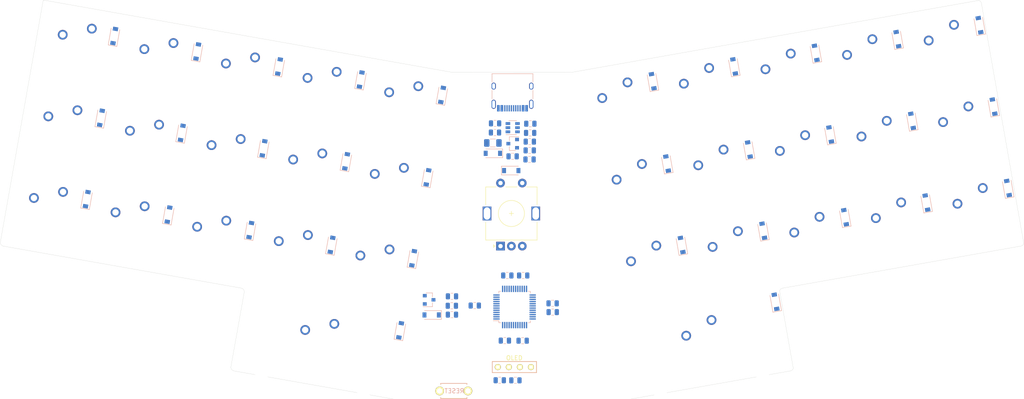
<source format=kicad_pcb>
(kicad_pcb (version 20171130) (host pcbnew 5.1.6)
  (layers (0 F.Cu signal) (31 B.Cu signal) (34 B.Paste user) (35 F.Paste user) (36 B.SilkS user) (37 F.SilkS user) (38 B.Mask user) (39 F.Mask user) (44 Edge.Cuts user))
  (net 0 "")
  (net 1 GND)
  (net 2 "Net-(D1-Pad2)")
  (net 3 "Net-(D2-Pad2)")
  (net 4 "Net-(D3-Pad2)")
  (net 5 "Net-(D4-Pad2)")
  (net 6 "Net-(D5-Pad2)")
  (net 7 "Net-(D6-Pad2)")
  (net 8 "Net-(D7-Pad2)")
  (net 9 "Net-(D8-Pad2)")
  (net 10 "Net-(D9-Pad2)")
  (net 11 "Net-(D10-Pad2)")
  (net 12 "Net-(D11-Pad2)")
  (net 13 "Net-(D12-Pad2)")
  (net 14 "Net-(D13-Pad2)")
  (net 15 "Net-(D14-Pad2)")
  (net 16 "Net-(D15-Pad2)")
  (net 17 "Net-(D16-Pad2)")
  (net 18 "Net-(D17-Pad2)")
  (net 19 "Net-(D18-Pad2)")
  (net 20 "Net-(D19-Pad2)")
  (net 21 "Net-(D20-Pad2)")
  (net 22 "Net-(D21-Pad2)")
  (net 23 "Net-(D22-Pad2)")
  (net 24 "Net-(D23-Pad2)")
  (net 25 "Net-(D24-Pad2)")
  (net 26 "Net-(D25-Pad2)")
  (net 27 "Net-(D26-Pad2)")
  (net 28 "Net-(D27-Pad2)")
  (net 29 "Net-(D28-Pad2)")
  (net 30 "Net-(D29-Pad2)")
  (net 31 "Net-(D30-Pad2)")
  (net 32 "Net-(D31-Pad2)")
  (net 33 "Net-(D32-Pad2)")
  (net 34 +3V3)
  (net 35 +5V)
  (net 36 BOOT0)
  (net 37 NRST)
  (net 38 row0)
  (net 39 row1)
  (net 40 row2)
  (net 41 row3)
  (net 42 "Net-(D33-Pad2)")
  (net 43 "Net-(D35-Pad2)")
  (net 44 VBUS)
  (net 45 "Net-(J1-PadB8)")
  (net 46 "Net-(J1-PadA5)")
  (net 47 DBUS-)
  (net 48 DBUS+)
  (net 49 "Net-(J1-PadA8)")
  (net 50 "Net-(J1-PadB5)")
  (net 51 VDD)
  (net 52 i2c_scl)
  (net 53 i2c_sda)
  (net 54 D+)
  (net 55 D-)
  (net 56 col0)
  (net 57 col1)
  (net 58 col2)
  (net 59 col3)
  (net 60 col4)
  (net 61 col5)
  (net 62 col6)
  (net 63 col7)
  (net 64 col8)
  (net 65 col9)
  (net 66 enc_b)
  (net 67 enc_a)
  (net 68 "Net-(U1-Pad43)")
  (net 69 "Net-(U1-Pad42)")
  (net 70 "Net-(U1-Pad41)")
  (net 71 "Net-(U1-Pad40)")
  (net 72 "Net-(U1-Pad38)")
  (net 73 "Net-(U1-Pad37)")
  (net 74 "Net-(U1-Pad34)")
  (net 75 "Net-(U1-Pad28)")
  (net 76 "Net-(U1-Pad27)")
  (net 77 "Net-(U1-Pad26)")
  (net 78 "Net-(U1-Pad25)")
  (net 79 "Net-(U1-Pad6)")
  (net 80 "Net-(U1-Pad5)")
  (net 81 "Net-(U1-Pad4)")
  (net 82 "Net-(U1-Pad3)")
  (net 83 "Net-(U1-Pad2)")
  (net 84 "Net-(J1-PadS1)")
  (net 85 "Net-(U1-Pad31)")
  (module Package_TO_SOT_SMD:SOT-23 (layer B.Cu) (at 119.85 140.49)
    (fp_text reference Q1 hide)
    (fp_text value DTC123J)
    (pad 3 smd rect (at 1 0) (size 0.9 0.8) (layers B.Cu B.Paste B.Mask) (net 37 NRST))
    (pad 2 smd rect (at -1 -0.95) (size 0.9 0.8) (layers B.Cu B.Paste B.Mask) (net 1 GND))
    (pad 1 smd rect (at -1 0.95) (size 0.9 0.8) (layers B.Cu B.Paste B.Mask) (net 43 "Net-(D35-Pad2)"))
  )
  (module MX_Only:MXOnly-1U-NoLED (layer F.Cu) (at 245.493834 120.244227 10)
    (fp_text reference SW33)
    (fp_text value SW_PUSH)
    (pad 2 thru_hole circle (at 2.54 -5.08 10) (size 2.25 2.25) (drill 1.47) (layers *.Cu B.Mask) (net 33 "Net-(D32-Pad2)"))
    (pad "" np_thru_hole circle (at 0 0 10) (size 3.9878 3.9878) (drill 3.9878) (layers *.Cu *.Mask))
    (pad 1 thru_hole circle (at -3.81 -2.54 10) (size 2.25 2.25) (drill 1.47) (layers *.Cu B.Mask) (net 65 col9))
    (pad "" np_thru_hole circle (at -5.08 0 58.0996) (size 1.75 1.75) (drill 1.75) (layers *.Cu *.Mask))
    (pad "" np_thru_hole circle (at 5.08 0 58.0996) (size 1.75 1.75) (drill 1.75) (layers *.Cu *.Mask))
  )
  (module MX_Only:MXOnly-1U-NoLED (layer F.Cu) (at 242.185837 101.48364 10)
    (fp_text reference SW32)
    (fp_text value SW_PUSH)
    (pad 2 thru_hole circle (at 2.54 -5.08 10) (size 2.25 2.25) (drill 1.47) (layers *.Cu B.Mask) (net 32 "Net-(D31-Pad2)"))
    (pad "" np_thru_hole circle (at 0 0 10) (size 3.9878 3.9878) (drill 3.9878) (layers *.Cu *.Mask))
    (pad 1 thru_hole circle (at -3.81 -2.54 10) (size 2.25 2.25) (drill 1.47) (layers *.Cu B.Mask) (net 65 col9))
    (pad "" np_thru_hole circle (at -5.08 0 58.0996) (size 1.75 1.75) (drill 1.75) (layers *.Cu *.Mask))
    (pad "" np_thru_hole circle (at 5.08 0 58.0996) (size 1.75 1.75) (drill 1.75) (layers *.Cu *.Mask))
  )
  (module MX_Only:MXOnly-1U-NoLED (layer F.Cu) (at 238.877839 82.723052 10)
    (fp_text reference SW31)
    (fp_text value SW_PUSH)
    (pad 2 thru_hole circle (at 2.54 -5.08 10) (size 2.25 2.25) (drill 1.47) (layers *.Cu B.Mask) (net 31 "Net-(D30-Pad2)"))
    (pad "" np_thru_hole circle (at 0 0 10) (size 3.9878 3.9878) (drill 3.9878) (layers *.Cu *.Mask))
    (pad 1 thru_hole circle (at -3.81 -2.54 10) (size 2.25 2.25) (drill 1.47) (layers *.Cu B.Mask) (net 65 col9))
    (pad "" np_thru_hole circle (at -5.08 0 58.0996) (size 1.75 1.75) (drill 1.75) (layers *.Cu *.Mask))
    (pad "" np_thru_hole circle (at 5.08 0 58.0996) (size 1.75 1.75) (drill 1.75) (layers *.Cu *.Mask))
  )
  (module MX_Only:MXOnly-1U-NoLED (layer F.Cu) (at 226.733247 123.552225 10)
    (fp_text reference SW30)
    (fp_text value SW_PUSH)
    (pad 2 thru_hole circle (at 2.54 -5.08 10) (size 2.25 2.25) (drill 1.47) (layers *.Cu B.Mask) (net 30 "Net-(D29-Pad2)"))
    (pad "" np_thru_hole circle (at 0 0 10) (size 3.9878 3.9878) (drill 3.9878) (layers *.Cu *.Mask))
    (pad 1 thru_hole circle (at -3.81 -2.54 10) (size 2.25 2.25) (drill 1.47) (layers *.Cu B.Mask) (net 64 col8))
    (pad "" np_thru_hole circle (at -5.08 0 58.0996) (size 1.75 1.75) (drill 1.75) (layers *.Cu *.Mask))
    (pad "" np_thru_hole circle (at 5.08 0 58.0996) (size 1.75 1.75) (drill 1.75) (layers *.Cu *.Mask))
  )
  (module MX_Only:MXOnly-1U-NoLED (layer F.Cu) (at 223.425249 104.791637 10)
    (fp_text reference SW29)
    (fp_text value SW_PUSH)
    (pad 2 thru_hole circle (at 2.54 -5.08 10) (size 2.25 2.25) (drill 1.47) (layers *.Cu B.Mask) (net 29 "Net-(D28-Pad2)"))
    (pad "" np_thru_hole circle (at 0 0 10) (size 3.9878 3.9878) (drill 3.9878) (layers *.Cu *.Mask))
    (pad 1 thru_hole circle (at -3.81 -2.54 10) (size 2.25 2.25) (drill 1.47) (layers *.Cu B.Mask) (net 64 col8))
    (pad "" np_thru_hole circle (at -5.08 0 58.0996) (size 1.75 1.75) (drill 1.75) (layers *.Cu *.Mask))
    (pad "" np_thru_hole circle (at 5.08 0 58.0996) (size 1.75 1.75) (drill 1.75) (layers *.Cu *.Mask))
  )
  (module MX_Only:MXOnly-1U-NoLED (layer F.Cu) (at 220.117251 86.03105 10)
    (fp_text reference SW28)
    (fp_text value SW_PUSH)
    (pad 2 thru_hole circle (at 2.54 -5.08 10) (size 2.25 2.25) (drill 1.47) (layers *.Cu B.Mask) (net 28 "Net-(D27-Pad2)"))
    (pad "" np_thru_hole circle (at 0 0 10) (size 3.9878 3.9878) (drill 3.9878) (layers *.Cu *.Mask))
    (pad 1 thru_hole circle (at -3.81 -2.54 10) (size 2.25 2.25) (drill 1.47) (layers *.Cu B.Mask) (net 64 col8))
    (pad "" np_thru_hole circle (at -5.08 0 58.0996) (size 1.75 1.75) (drill 1.75) (layers *.Cu *.Mask))
    (pad "" np_thru_hole circle (at 5.08 0 58.0996) (size 1.75 1.75) (drill 1.75) (layers *.Cu *.Mask))
  )
  (module MX_Only:MXOnly-1U-NoLED (layer F.Cu) (at 207.972659 126.860223 10)
    (fp_text reference SW27)
    (fp_text value SW_PUSH)
    (pad 2 thru_hole circle (at 2.54 -5.08 10) (size 2.25 2.25) (drill 1.47) (layers *.Cu B.Mask) (net 27 "Net-(D26-Pad2)"))
    (pad "" np_thru_hole circle (at 0 0 10) (size 3.9878 3.9878) (drill 3.9878) (layers *.Cu *.Mask))
    (pad 1 thru_hole circle (at -3.81 -2.54 10) (size 2.25 2.25) (drill 1.47) (layers *.Cu B.Mask) (net 63 col7))
    (pad "" np_thru_hole circle (at -5.08 0 58.0996) (size 1.75 1.75) (drill 1.75) (layers *.Cu *.Mask))
    (pad "" np_thru_hole circle (at 5.08 0 58.0996) (size 1.75 1.75) (drill 1.75) (layers *.Cu *.Mask))
  )
  (module MX_Only:MXOnly-1U-NoLED (layer F.Cu) (at 204.664661 108.099635 10)
    (fp_text reference SW26)
    (fp_text value SW_PUSH)
    (pad 2 thru_hole circle (at 2.54 -5.08 10) (size 2.25 2.25) (drill 1.47) (layers *.Cu B.Mask) (net 26 "Net-(D25-Pad2)"))
    (pad "" np_thru_hole circle (at 0 0 10) (size 3.9878 3.9878) (drill 3.9878) (layers *.Cu *.Mask))
    (pad 1 thru_hole circle (at -3.81 -2.54 10) (size 2.25 2.25) (drill 1.47) (layers *.Cu B.Mask) (net 63 col7))
    (pad "" np_thru_hole circle (at -5.08 0 58.0996) (size 1.75 1.75) (drill 1.75) (layers *.Cu *.Mask))
    (pad "" np_thru_hole circle (at 5.08 0 58.0996) (size 1.75 1.75) (drill 1.75) (layers *.Cu *.Mask))
  )
  (module MX_Only:MXOnly-1U-NoLED (layer F.Cu) (at 201.356663 89.339048 10)
    (fp_text reference SW25)
    (fp_text value SW_PUSH)
    (pad 2 thru_hole circle (at 2.54 -5.08 10) (size 2.25 2.25) (drill 1.47) (layers *.Cu B.Mask) (net 25 "Net-(D24-Pad2)"))
    (pad "" np_thru_hole circle (at 0 0 10) (size 3.9878 3.9878) (drill 3.9878) (layers *.Cu *.Mask))
    (pad 1 thru_hole circle (at -3.81 -2.54 10) (size 2.25 2.25) (drill 1.47) (layers *.Cu B.Mask) (net 63 col7))
    (pad "" np_thru_hole circle (at -5.08 0 58.0996) (size 1.75 1.75) (drill 1.75) (layers *.Cu *.Mask))
    (pad "" np_thru_hole circle (at 5.08 0 58.0996) (size 1.75 1.75) (drill 1.75) (layers *.Cu *.Mask))
  )
  (module MX_Only:MXOnly-1U-NoLED (layer F.Cu) (at 189.212071 130.168221 10)
    (fp_text reference SW24)
    (fp_text value SW_PUSH)
    (pad 2 thru_hole circle (at 2.54 -5.08 10) (size 2.25 2.25) (drill 1.47) (layers *.Cu B.Mask) (net 24 "Net-(D23-Pad2)"))
    (pad "" np_thru_hole circle (at 0 0 10) (size 3.9878 3.9878) (drill 3.9878) (layers *.Cu *.Mask))
    (pad 1 thru_hole circle (at -3.81 -2.54 10) (size 2.25 2.25) (drill 1.47) (layers *.Cu B.Mask) (net 62 col6))
    (pad "" np_thru_hole circle (at -5.08 0 58.0996) (size 1.75 1.75) (drill 1.75) (layers *.Cu *.Mask))
    (pad "" np_thru_hole circle (at 5.08 0 58.0996) (size 1.75 1.75) (drill 1.75) (layers *.Cu *.Mask))
  )
  (module MX_Only:MXOnly-1U-NoLED (layer F.Cu) (at 185.904073 111.407633 10)
    (fp_text reference SW23)
    (fp_text value SW_PUSH)
    (pad 2 thru_hole circle (at 2.54 -5.08 10) (size 2.25 2.25) (drill 1.47) (layers *.Cu B.Mask) (net 23 "Net-(D22-Pad2)"))
    (pad "" np_thru_hole circle (at 0 0 10) (size 3.9878 3.9878) (drill 3.9878) (layers *.Cu *.Mask))
    (pad 1 thru_hole circle (at -3.81 -2.54 10) (size 2.25 2.25) (drill 1.47) (layers *.Cu B.Mask) (net 62 col6))
    (pad "" np_thru_hole circle (at -5.08 0 58.0996) (size 1.75 1.75) (drill 1.75) (layers *.Cu *.Mask))
    (pad "" np_thru_hole circle (at 5.08 0 58.0996) (size 1.75 1.75) (drill 1.75) (layers *.Cu *.Mask))
  )
  (module MX_Only:MXOnly-1U-NoLED (layer F.Cu) (at 182.596076 92.647045 10)
    (fp_text reference SW22)
    (fp_text value SW_PUSH)
    (pad 2 thru_hole circle (at 2.54 -5.08 10) (size 2.25 2.25) (drill 1.47) (layers *.Cu B.Mask) (net 22 "Net-(D21-Pad2)"))
    (pad "" np_thru_hole circle (at 0 0 10) (size 3.9878 3.9878) (drill 3.9878) (layers *.Cu *.Mask))
    (pad 1 thru_hole circle (at -3.81 -2.54 10) (size 2.25 2.25) (drill 1.47) (layers *.Cu B.Mask) (net 62 col6))
    (pad "" np_thru_hole circle (at -5.08 0 58.0996) (size 1.75 1.75) (drill 1.75) (layers *.Cu *.Mask))
    (pad "" np_thru_hole circle (at 5.08 0 58.0996) (size 1.75 1.75) (drill 1.75) (layers *.Cu *.Mask))
  )
  (module MX_Only:MXOnly-2U-NoLED (layer F.Cu) (at 183.139775 150.582807 10)
    (fp_text reference SW21)
    (fp_text value SW_PUSH)
    (pad 2 thru_hole circle (at 2.54 -5.08 10) (size 2.25 2.25) (drill 1.47) (layers *.Cu B.Mask) (net 21 "Net-(D20-Pad2)"))
    (pad "" np_thru_hole circle (at 0 0 10) (size 3.9878 3.9878) (drill 3.9878) (layers *.Cu *.Mask))
    (pad 1 thru_hole circle (at -3.81 -2.54 10) (size 2.25 2.25) (drill 1.47) (layers *.Cu B.Mask) (net 61 col5))
    (pad "" np_thru_hole circle (at -5.08 0 58.0996) (size 1.75 1.75) (drill 1.75) (layers *.Cu *.Mask))
    (pad "" np_thru_hole circle (at 5.08 0 58.0996) (size 1.75 1.75) (drill 1.75) (layers *.Cu *.Mask))
    (pad "" np_thru_hole circle (at -11.90625 -6.985 10) (size 3.048 3.048) (drill 3.048) (layers *.Cu *.Mask))
    (pad "" np_thru_hole circle (at 11.90625 -6.985 10) (size 3.048 3.048) (drill 3.048) (layers *.Cu *.Mask))
    (pad "" np_thru_hole circle (at -11.90625 8.255 10) (size 3.9878 3.9878) (drill 3.9878) (layers *.Cu *.Mask))
    (pad "" np_thru_hole circle (at 11.90625 8.255 10) (size 3.9878 3.9878) (drill 3.9878) (layers *.Cu *.Mask))
  )
  (module MX_Only:MXOnly-1U-NoLED (layer F.Cu) (at 170.451484 133.476219 10)
    (fp_text reference SW20)
    (fp_text value SW_PUSH)
    (pad 2 thru_hole circle (at 2.54 -5.08 10) (size 2.25 2.25) (drill 1.47) (layers *.Cu B.Mask) (net 20 "Net-(D19-Pad2)"))
    (pad "" np_thru_hole circle (at 0 0 10) (size 3.9878 3.9878) (drill 3.9878) (layers *.Cu *.Mask))
    (pad 1 thru_hole circle (at -3.81 -2.54 10) (size 2.25 2.25) (drill 1.47) (layers *.Cu B.Mask) (net 61 col5))
    (pad "" np_thru_hole circle (at -5.08 0 58.0996) (size 1.75 1.75) (drill 1.75) (layers *.Cu *.Mask))
    (pad "" np_thru_hole circle (at 5.08 0 58.0996) (size 1.75 1.75) (drill 1.75) (layers *.Cu *.Mask))
  )
  (module MX_Only:MXOnly-1U-NoLED (layer F.Cu) (at 167.143486 114.715631 10)
    (fp_text reference SW19)
    (fp_text value SW_PUSH)
    (pad 2 thru_hole circle (at 2.54 -5.08 10) (size 2.25 2.25) (drill 1.47) (layers *.Cu B.Mask) (net 19 "Net-(D18-Pad2)"))
    (pad "" np_thru_hole circle (at 0 0 10) (size 3.9878 3.9878) (drill 3.9878) (layers *.Cu *.Mask))
    (pad 1 thru_hole circle (at -3.81 -2.54 10) (size 2.25 2.25) (drill 1.47) (layers *.Cu B.Mask) (net 61 col5))
    (pad "" np_thru_hole circle (at -5.08 0 58.0996) (size 1.75 1.75) (drill 1.75) (layers *.Cu *.Mask))
    (pad "" np_thru_hole circle (at 5.08 0 58.0996) (size 1.75 1.75) (drill 1.75) (layers *.Cu *.Mask))
  )
  (module MX_Only:MXOnly-1U-NoLED (layer F.Cu) (at 163.835488 95.955043 10)
    (fp_text reference SW18)
    (fp_text value SW_PUSH)
    (pad 2 thru_hole circle (at 2.54 -5.08 10) (size 2.25 2.25) (drill 1.47) (layers *.Cu B.Mask) (net 18 "Net-(D17-Pad2)"))
    (pad "" np_thru_hole circle (at 0 0 10) (size 3.9878 3.9878) (drill 3.9878) (layers *.Cu *.Mask))
    (pad 1 thru_hole circle (at -3.81 -2.54 10) (size 2.25 2.25) (drill 1.47) (layers *.Cu B.Mask) (net 61 col5))
    (pad "" np_thru_hole circle (at -5.08 0 58.0996) (size 1.75 1.75) (drill 1.75) (layers *.Cu *.Mask))
    (pad "" np_thru_hole circle (at 5.08 0 58.0996) (size 1.75 1.75) (drill 1.75) (layers *.Cu *.Mask))
  )
  (module MX_Only:MXOnly-2U-NoLED (layer F.Cu) (at 94.672725 150.582807 350)
    (fp_text reference SW17)
    (fp_text value SW_PUSH)
    (pad 2 thru_hole circle (at 2.54 -5.08 350) (size 2.25 2.25) (drill 1.47) (layers *.Cu B.Mask) (net 17 "Net-(D16-Pad2)"))
    (pad "" np_thru_hole circle (at 0 0 350) (size 3.9878 3.9878) (drill 3.9878) (layers *.Cu *.Mask))
    (pad 1 thru_hole circle (at -3.81 -2.54 350) (size 2.25 2.25) (drill 1.47) (layers *.Cu B.Mask) (net 60 col4))
    (pad "" np_thru_hole circle (at -5.08 0 38.0996) (size 1.75 1.75) (drill 1.75) (layers *.Cu *.Mask))
    (pad "" np_thru_hole circle (at 5.08 0 38.0996) (size 1.75 1.75) (drill 1.75) (layers *.Cu *.Mask))
    (pad "" np_thru_hole circle (at -11.90625 -6.985 350) (size 3.048 3.048) (drill 3.048) (layers *.Cu *.Mask))
    (pad "" np_thru_hole circle (at 11.90625 -6.985 350) (size 3.048 3.048) (drill 3.048) (layers *.Cu *.Mask))
    (pad "" np_thru_hole circle (at -11.90625 8.255 350) (size 3.9878 3.9878) (drill 3.9878) (layers *.Cu *.Mask))
    (pad "" np_thru_hole circle (at 11.90625 8.255 350) (size 3.9878 3.9878) (drill 3.9878) (layers *.Cu *.Mask))
  )
  (module MX_Only:MXOnly-1U-NoLED (layer F.Cu) (at 107.361016 133.476219 350)
    (fp_text reference SW16)
    (fp_text value SW_PUSH)
    (pad 2 thru_hole circle (at 2.54 -5.08 350) (size 2.25 2.25) (drill 1.47) (layers *.Cu B.Mask) (net 16 "Net-(D15-Pad2)"))
    (pad "" np_thru_hole circle (at 0 0 350) (size 3.9878 3.9878) (drill 3.9878) (layers *.Cu *.Mask))
    (pad 1 thru_hole circle (at -3.81 -2.54 350) (size 2.25 2.25) (drill 1.47) (layers *.Cu B.Mask) (net 60 col4))
    (pad "" np_thru_hole circle (at -5.08 0 38.0996) (size 1.75 1.75) (drill 1.75) (layers *.Cu *.Mask))
    (pad "" np_thru_hole circle (at 5.08 0 38.0996) (size 1.75 1.75) (drill 1.75) (layers *.Cu *.Mask))
  )
  (module MX_Only:MXOnly-1U-NoLED (layer F.Cu) (at 110.669014 114.715631 350)
    (fp_text reference SW15)
    (fp_text value SW_PUSH)
    (pad 2 thru_hole circle (at 2.54 -5.08 350) (size 2.25 2.25) (drill 1.47) (layers *.Cu B.Mask) (net 15 "Net-(D14-Pad2)"))
    (pad "" np_thru_hole circle (at 0 0 350) (size 3.9878 3.9878) (drill 3.9878) (layers *.Cu *.Mask))
    (pad 1 thru_hole circle (at -3.81 -2.54 350) (size 2.25 2.25) (drill 1.47) (layers *.Cu B.Mask) (net 60 col4))
    (pad "" np_thru_hole circle (at -5.08 0 38.0996) (size 1.75 1.75) (drill 1.75) (layers *.Cu *.Mask))
    (pad "" np_thru_hole circle (at 5.08 0 38.0996) (size 1.75 1.75) (drill 1.75) (layers *.Cu *.Mask))
  )
  (module MX_Only:MXOnly-1U-NoLED (layer F.Cu) (at 113.977012 95.955043 350)
    (fp_text reference SW14)
    (fp_text value SW_PUSH)
    (pad 2 thru_hole circle (at 2.54 -5.08 350) (size 2.25 2.25) (drill 1.47) (layers *.Cu B.Mask) (net 14 "Net-(D13-Pad2)"))
    (pad "" np_thru_hole circle (at 0 0 350) (size 3.9878 3.9878) (drill 3.9878) (layers *.Cu *.Mask))
    (pad 1 thru_hole circle (at -3.81 -2.54 350) (size 2.25 2.25) (drill 1.47) (layers *.Cu B.Mask) (net 60 col4))
    (pad "" np_thru_hole circle (at -5.08 0 38.0996) (size 1.75 1.75) (drill 1.75) (layers *.Cu *.Mask))
    (pad "" np_thru_hole circle (at 5.08 0 38.0996) (size 1.75 1.75) (drill 1.75) (layers *.Cu *.Mask))
  )
  (module MX_Only:MXOnly-1U-NoLED (layer F.Cu) (at 88.600429 130.168221 350)
    (fp_text reference SW13)
    (fp_text value SW_PUSH)
    (pad 2 thru_hole circle (at 2.54 -5.08 350) (size 2.25 2.25) (drill 1.47) (layers *.Cu B.Mask) (net 13 "Net-(D12-Pad2)"))
    (pad "" np_thru_hole circle (at 0 0 350) (size 3.9878 3.9878) (drill 3.9878) (layers *.Cu *.Mask))
    (pad 1 thru_hole circle (at -3.81 -2.54 350) (size 2.25 2.25) (drill 1.47) (layers *.Cu B.Mask) (net 59 col3))
    (pad "" np_thru_hole circle (at -5.08 0 38.0996) (size 1.75 1.75) (drill 1.75) (layers *.Cu *.Mask))
    (pad "" np_thru_hole circle (at 5.08 0 38.0996) (size 1.75 1.75) (drill 1.75) (layers *.Cu *.Mask))
  )
  (module MX_Only:MXOnly-1U-NoLED (layer F.Cu) (at 91.908427 111.407633 350)
    (fp_text reference SW12)
    (fp_text value SW_PUSH)
    (pad 2 thru_hole circle (at 2.54 -5.08 350) (size 2.25 2.25) (drill 1.47) (layers *.Cu B.Mask) (net 12 "Net-(D11-Pad2)"))
    (pad "" np_thru_hole circle (at 0 0 350) (size 3.9878 3.9878) (drill 3.9878) (layers *.Cu *.Mask))
    (pad 1 thru_hole circle (at -3.81 -2.54 350) (size 2.25 2.25) (drill 1.47) (layers *.Cu B.Mask) (net 59 col3))
    (pad "" np_thru_hole circle (at -5.08 0 38.0996) (size 1.75 1.75) (drill 1.75) (layers *.Cu *.Mask))
    (pad "" np_thru_hole circle (at 5.08 0 38.0996) (size 1.75 1.75) (drill 1.75) (layers *.Cu *.Mask))
  )
  (module MX_Only:MXOnly-1U-NoLED (layer F.Cu) (at 95.216424 92.647045 350)
    (fp_text reference SW11)
    (fp_text value SW_PUSH)
    (pad 2 thru_hole circle (at 2.54 -5.08 350) (size 2.25 2.25) (drill 1.47) (layers *.Cu B.Mask) (net 11 "Net-(D10-Pad2)"))
    (pad "" np_thru_hole circle (at 0 0 350) (size 3.9878 3.9878) (drill 3.9878) (layers *.Cu *.Mask))
    (pad 1 thru_hole circle (at -3.81 -2.54 350) (size 2.25 2.25) (drill 1.47) (layers *.Cu B.Mask) (net 59 col3))
    (pad "" np_thru_hole circle (at -5.08 0 38.0996) (size 1.75 1.75) (drill 1.75) (layers *.Cu *.Mask))
    (pad "" np_thru_hole circle (at 5.08 0 38.0996) (size 1.75 1.75) (drill 1.75) (layers *.Cu *.Mask))
  )
  (module MX_Only:MXOnly-1U-NoLED (layer F.Cu) (at 69.839841 126.860223 350)
    (fp_text reference SW10)
    (fp_text value SW_PUSH)
    (pad 2 thru_hole circle (at 2.54 -5.08 350) (size 2.25 2.25) (drill 1.47) (layers *.Cu B.Mask) (net 10 "Net-(D9-Pad2)"))
    (pad "" np_thru_hole circle (at 0 0 350) (size 3.9878 3.9878) (drill 3.9878) (layers *.Cu *.Mask))
    (pad 1 thru_hole circle (at -3.81 -2.54 350) (size 2.25 2.25) (drill 1.47) (layers *.Cu B.Mask) (net 58 col2))
    (pad "" np_thru_hole circle (at -5.08 0 38.0996) (size 1.75 1.75) (drill 1.75) (layers *.Cu *.Mask))
    (pad "" np_thru_hole circle (at 5.08 0 38.0996) (size 1.75 1.75) (drill 1.75) (layers *.Cu *.Mask))
  )
  (module MX_Only:MXOnly-1U-NoLED (layer F.Cu) (at 73.147839 108.099635 350)
    (fp_text reference SW9)
    (fp_text value SW_PUSH)
    (pad 2 thru_hole circle (at 2.54 -5.08 350) (size 2.25 2.25) (drill 1.47) (layers *.Cu B.Mask) (net 9 "Net-(D8-Pad2)"))
    (pad "" np_thru_hole circle (at 0 0 350) (size 3.9878 3.9878) (drill 3.9878) (layers *.Cu *.Mask))
    (pad 1 thru_hole circle (at -3.81 -2.54 350) (size 2.25 2.25) (drill 1.47) (layers *.Cu B.Mask) (net 58 col2))
    (pad "" np_thru_hole circle (at -5.08 0 38.0996) (size 1.75 1.75) (drill 1.75) (layers *.Cu *.Mask))
    (pad "" np_thru_hole circle (at 5.08 0 38.0996) (size 1.75 1.75) (drill 1.75) (layers *.Cu *.Mask))
  )
  (module MX_Only:MXOnly-1U-NoLED (layer F.Cu) (at 76.455837 89.339048 350)
    (fp_text reference SW8)
    (fp_text value SW_PUSH)
    (pad 2 thru_hole circle (at 2.54 -5.08 350) (size 2.25 2.25) (drill 1.47) (layers *.Cu B.Mask) (net 8 "Net-(D7-Pad2)"))
    (pad "" np_thru_hole circle (at 0 0 350) (size 3.9878 3.9878) (drill 3.9878) (layers *.Cu *.Mask))
    (pad 1 thru_hole circle (at -3.81 -2.54 350) (size 2.25 2.25) (drill 1.47) (layers *.Cu B.Mask) (net 58 col2))
    (pad "" np_thru_hole circle (at -5.08 0 38.0996) (size 1.75 1.75) (drill 1.75) (layers *.Cu *.Mask))
    (pad "" np_thru_hole circle (at 5.08 0 38.0996) (size 1.75 1.75) (drill 1.75) (layers *.Cu *.Mask))
  )
  (module MX_Only:MXOnly-1U-NoLED (layer F.Cu) (at 51.079253 123.552225 350)
    (fp_text reference SW7)
    (fp_text value SW_PUSH)
    (pad 2 thru_hole circle (at 2.54 -5.08 350) (size 2.25 2.25) (drill 1.47) (layers *.Cu B.Mask) (net 7 "Net-(D6-Pad2)"))
    (pad "" np_thru_hole circle (at 0 0 350) (size 3.9878 3.9878) (drill 3.9878) (layers *.Cu *.Mask))
    (pad 1 thru_hole circle (at -3.81 -2.54 350) (size 2.25 2.25) (drill 1.47) (layers *.Cu B.Mask) (net 57 col1))
    (pad "" np_thru_hole circle (at -5.08 0 38.0996) (size 1.75 1.75) (drill 1.75) (layers *.Cu *.Mask))
    (pad "" np_thru_hole circle (at 5.08 0 38.0996) (size 1.75 1.75) (drill 1.75) (layers *.Cu *.Mask))
  )
  (module MX_Only:MXOnly-1U-NoLED (layer F.Cu) (at 54.387251 104.791637 350)
    (fp_text reference SW6)
    (fp_text value SW_PUSH)
    (pad 2 thru_hole circle (at 2.54 -5.08 350) (size 2.25 2.25) (drill 1.47) (layers *.Cu B.Mask) (net 6 "Net-(D5-Pad2)"))
    (pad "" np_thru_hole circle (at 0 0 350) (size 3.9878 3.9878) (drill 3.9878) (layers *.Cu *.Mask))
    (pad 1 thru_hole circle (at -3.81 -2.54 350) (size 2.25 2.25) (drill 1.47) (layers *.Cu B.Mask) (net 57 col1))
    (pad "" np_thru_hole circle (at -5.08 0 38.0996) (size 1.75 1.75) (drill 1.75) (layers *.Cu *.Mask))
    (pad "" np_thru_hole circle (at 5.08 0 38.0996) (size 1.75 1.75) (drill 1.75) (layers *.Cu *.Mask))
  )
  (module MX_Only:MXOnly-1U-NoLED (layer F.Cu) (at 57.695249 86.03105 350)
    (fp_text reference SW5)
    (fp_text value SW_PUSH)
    (pad 2 thru_hole circle (at 2.54 -5.08 350) (size 2.25 2.25) (drill 1.47) (layers *.Cu B.Mask) (net 5 "Net-(D4-Pad2)"))
    (pad "" np_thru_hole circle (at 0 0 350) (size 3.9878 3.9878) (drill 3.9878) (layers *.Cu *.Mask))
    (pad 1 thru_hole circle (at -3.81 -2.54 350) (size 2.25 2.25) (drill 1.47) (layers *.Cu B.Mask) (net 57 col1))
    (pad "" np_thru_hole circle (at -5.08 0 38.0996) (size 1.75 1.75) (drill 1.75) (layers *.Cu *.Mask))
    (pad "" np_thru_hole circle (at 5.08 0 38.0996) (size 1.75 1.75) (drill 1.75) (layers *.Cu *.Mask))
  )
  (module MX_Only:MXOnly-1U-NoLED (layer F.Cu) (at 32.318666 120.244227 350)
    (fp_text reference SW4)
    (fp_text value SW_PUSH)
    (pad 2 thru_hole circle (at 2.54 -5.08 350) (size 2.25 2.25) (drill 1.47) (layers *.Cu B.Mask) (net 4 "Net-(D3-Pad2)"))
    (pad "" np_thru_hole circle (at 0 0 350) (size 3.9878 3.9878) (drill 3.9878) (layers *.Cu *.Mask))
    (pad 1 thru_hole circle (at -3.81 -2.54 350) (size 2.25 2.25) (drill 1.47) (layers *.Cu B.Mask) (net 56 col0))
    (pad "" np_thru_hole circle (at -5.08 0 38.0996) (size 1.75 1.75) (drill 1.75) (layers *.Cu *.Mask))
    (pad "" np_thru_hole circle (at 5.08 0 38.0996) (size 1.75 1.75) (drill 1.75) (layers *.Cu *.Mask))
  )
  (module MX_Only:MXOnly-1U-NoLED (layer F.Cu) (at 35.626663 101.48364 350)
    (fp_text reference SW3)
    (fp_text value SW_PUSH)
    (pad 2 thru_hole circle (at 2.54 -5.08 350) (size 2.25 2.25) (drill 1.47) (layers *.Cu B.Mask) (net 3 "Net-(D2-Pad2)"))
    (pad "" np_thru_hole circle (at 0 0 350) (size 3.9878 3.9878) (drill 3.9878) (layers *.Cu *.Mask))
    (pad 1 thru_hole circle (at -3.81 -2.54 350) (size 2.25 2.25) (drill 1.47) (layers *.Cu B.Mask) (net 56 col0))
    (pad "" np_thru_hole circle (at -5.08 0 38.0996) (size 1.75 1.75) (drill 1.75) (layers *.Cu *.Mask))
    (pad "" np_thru_hole circle (at 5.08 0 38.0996) (size 1.75 1.75) (drill 1.75) (layers *.Cu *.Mask))
  )
  (module MX_Only:MXOnly-1U-NoLED (layer F.Cu) (at 38.934661 82.723052 350)
    (fp_text reference SW2)
    (fp_text value SW_PUSH)
    (pad 2 thru_hole circle (at 2.54 -5.08 350) (size 2.25 2.25) (drill 1.47) (layers *.Cu B.Mask) (net 2 "Net-(D1-Pad2)"))
    (pad "" np_thru_hole circle (at 0 0 350) (size 3.9878 3.9878) (drill 3.9878) (layers *.Cu *.Mask))
    (pad 1 thru_hole circle (at -3.81 -2.54 350) (size 2.25 2.25) (drill 1.47) (layers *.Cu B.Mask) (net 56 col0))
    (pad "" np_thru_hole circle (at -5.08 0 38.0996) (size 1.75 1.75) (drill 1.75) (layers *.Cu *.Mask))
    (pad "" np_thru_hole circle (at 5.08 0 38.0996) (size 1.75 1.75) (drill 1.75) (layers *.Cu *.Mask))
  )
  (module Package_TO_SOT_SMD:SOT-23-6 (layer B.Cu) (at 139.06 100.92)
    (fp_text reference U3 hide)
    (fp_text value SRV05-4)
    (pad 5 smd rect (at 1.1 0) (size 1.06 0.65) (layers B.Cu B.Paste B.Mask) (net 44 VBUS))
    (pad 6 smd rect (at 1.1 0.95) (size 1.06 0.65) (layers B.Cu B.Paste B.Mask) (net 48 DBUS+))
    (pad 4 smd rect (at 1.1 -0.95) (size 1.06 0.65) (layers B.Cu B.Paste B.Mask) (net 47 DBUS-))
    (pad 3 smd rect (at -1.1 -0.95) (size 1.06 0.65) (layers B.Cu B.Paste B.Mask) (net 48 DBUS+))
    (pad 2 smd rect (at -1.1 0) (size 1.06 0.65) (layers B.Cu B.Paste B.Mask) (net 1 GND))
    (pad 1 smd rect (at -1.1 0.95) (size 1.06 0.65) (layers B.Cu B.Paste B.Mask) (net 47 DBUS-))
  )
  (module Package_TO_SOT_SMD:SOT-23 (layer B.Cu) (at 139.06 104.59 180)
    (fp_text reference U2 hide)
    (fp_text value MCP1700-3002E_SOT23)
    (pad 1 smd rect (at -1 0.95 180) (size 0.9 0.8) (layers B.Cu B.Paste B.Mask) (net 1 GND))
    (pad 2 smd rect (at -1 -0.95 180) (size 0.9 0.8) (layers B.Cu B.Paste B.Mask) (net 34 +3V3))
    (pad 3 smd rect (at 1 0 180) (size 0.9 0.8) (layers B.Cu B.Paste B.Mask) (net 35 +5V))
  )
  (module Package_QFP:LQFP-48_7x7mm_P0.5mm (layer B.Cu) (at 139.49 142.14)
    (fp_text reference U1 hide)
    (fp_text value STM32F072CBTx)
    (pad 48 smd roundrect (at -2.75 4.1625) (size 0.3 1.475) (layers B.Cu B.Paste B.Mask) (net 34 +3V3))
    (pad 47 smd roundrect (at -2.25 4.1625) (size 0.3 1.475) (layers B.Cu B.Paste B.Mask) (net 1 GND))
    (pad 46 smd roundrect (at -1.75 4.1625) (size 0.3 1.475) (layers B.Cu B.Paste B.Mask) (net 53 i2c_sda))
    (pad 45 smd roundrect (at -1.25 4.1625) (size 0.3 1.475) (layers B.Cu B.Paste B.Mask) (net 52 i2c_scl))
    (pad 44 smd roundrect (at -0.75 4.1625) (size 0.3 1.475) (layers B.Cu B.Paste B.Mask) (net 36 BOOT0))
    (pad 43 smd roundrect (at -0.25 4.1625) (size 0.3 1.475) (layers B.Cu B.Paste B.Mask) (net 68 "Net-(U1-Pad43)"))
    (pad 42 smd roundrect (at 0.25 4.1625) (size 0.3 1.475) (layers B.Cu B.Paste B.Mask) (net 69 "Net-(U1-Pad42)"))
    (pad 41 smd roundrect (at 0.75 4.1625) (size 0.3 1.475) (layers B.Cu B.Paste B.Mask) (net 70 "Net-(U1-Pad41)"))
    (pad 40 smd roundrect (at 1.25 4.1625) (size 0.3 1.475) (layers B.Cu B.Paste B.Mask) (net 71 "Net-(U1-Pad40)"))
    (pad 39 smd roundrect (at 1.75 4.1625) (size 0.3 1.475) (layers B.Cu B.Paste B.Mask) (net 41 row3))
    (pad 38 smd roundrect (at 2.25 4.1625) (size 0.3 1.475) (layers B.Cu B.Paste B.Mask) (net 72 "Net-(U1-Pad38)"))
    (pad 37 smd roundrect (at 2.75 4.1625) (size 0.3 1.475) (layers B.Cu B.Paste B.Mask) (net 73 "Net-(U1-Pad37)"))
    (pad 36 smd roundrect (at 4.1625 2.75) (size 1.475 0.3) (layers B.Cu B.Paste B.Mask) (net 34 +3V3))
    (pad 35 smd roundrect (at 4.1625 2.25) (size 1.475 0.3) (layers B.Cu B.Paste B.Mask) (net 1 GND))
    (pad 34 smd roundrect (at 4.1625 1.75) (size 1.475 0.3) (layers B.Cu B.Paste B.Mask) (net 74 "Net-(U1-Pad34)"))
    (pad 33 smd roundrect (at 4.1625 1.25) (size 1.475 0.3) (layers B.Cu B.Paste B.Mask) (net 55 D-))
    (pad 32 smd roundrect (at 4.1625 0.75) (size 1.475 0.3) (layers B.Cu B.Paste B.Mask) (net 54 D+))
    (pad 31 smd roundrect (at 4.1625 0.25) (size 1.475 0.3) (layers B.Cu B.Paste B.Mask) (net 85 "Net-(U1-Pad31)"))
    (pad 30 smd roundrect (at 4.1625 -0.25) (size 1.475 0.3) (layers B.Cu B.Paste B.Mask) (net 65 col9))
    (pad 29 smd roundrect (at 4.1625 -0.75) (size 1.475 0.3) (layers B.Cu B.Paste B.Mask) (net 64 col8))
    (pad 28 smd roundrect (at 4.1625 -1.25) (size 1.475 0.3) (layers B.Cu B.Paste B.Mask) (net 75 "Net-(U1-Pad28)"))
    (pad 27 smd roundrect (at 4.1625 -1.75) (size 1.475 0.3) (layers B.Cu B.Paste B.Mask) (net 76 "Net-(U1-Pad27)"))
    (pad 26 smd roundrect (at 4.1625 -2.25) (size 1.475 0.3) (layers B.Cu B.Paste B.Mask) (net 77 "Net-(U1-Pad26)"))
    (pad 25 smd roundrect (at 4.1625 -2.75) (size 1.475 0.3) (layers B.Cu B.Paste B.Mask) (net 78 "Net-(U1-Pad25)"))
    (pad 24 smd roundrect (at 2.75 -4.1625) (size 0.3 1.475) (layers B.Cu B.Paste B.Mask) (net 34 +3V3))
    (pad 23 smd roundrect (at 2.25 -4.1625) (size 0.3 1.475) (layers B.Cu B.Paste B.Mask) (net 1 GND))
    (pad 22 smd roundrect (at 1.75 -4.1625) (size 0.3 1.475) (layers B.Cu B.Paste B.Mask) (net 66 enc_b))
    (pad 21 smd roundrect (at 1.25 -4.1625) (size 0.3 1.475) (layers B.Cu B.Paste B.Mask) (net 67 enc_a))
    (pad 20 smd roundrect (at 0.75 -4.1625) (size 0.3 1.475) (layers B.Cu B.Paste B.Mask) (net 40 row2))
    (pad 19 smd roundrect (at 0.25 -4.1625) (size 0.3 1.475) (layers B.Cu B.Paste B.Mask) (net 39 row1))
    (pad 18 smd roundrect (at -0.25 -4.1625) (size 0.3 1.475) (layers B.Cu B.Paste B.Mask) (net 38 row0))
    (pad 17 smd roundrect (at -0.75 -4.1625) (size 0.3 1.475) (layers B.Cu B.Paste B.Mask) (net 63 col7))
    (pad 16 smd roundrect (at -1.25 -4.1625) (size 0.3 1.475) (layers B.Cu B.Paste B.Mask) (net 62 col6))
    (pad 15 smd roundrect (at -1.75 -4.1625) (size 0.3 1.475) (layers B.Cu B.Paste B.Mask) (net 61 col5))
    (pad 14 smd roundrect (at -2.25 -4.1625) (size 0.3 1.475) (layers B.Cu B.Paste B.Mask) (net 60 col4))
    (pad 13 smd roundrect (at -2.75 -4.1625) (size 0.3 1.475) (layers B.Cu B.Paste B.Mask) (net 59 col3))
    (pad 12 smd roundrect (at -4.1625 -2.75) (size 1.475 0.3) (layers B.Cu B.Paste B.Mask) (net 58 col2))
    (pad 11 smd roundrect (at -4.1625 -2.25) (size 1.475 0.3) (layers B.Cu B.Paste B.Mask) (net 57 col1))
    (pad 10 smd roundrect (at -4.1625 -1.75) (size 1.475 0.3) (layers B.Cu B.Paste B.Mask) (net 56 col0))
    (pad 9 smd roundrect (at -4.1625 -1.25) (size 1.475 0.3) (layers B.Cu B.Paste B.Mask) (net 34 +3V3))
    (pad 8 smd roundrect (at -4.1625 -0.75) (size 1.475 0.3) (layers B.Cu B.Paste B.Mask) (net 1 GND))
    (pad 7 smd roundrect (at -4.1625 -0.25) (size 1.475 0.3) (layers B.Cu B.Paste B.Mask) (net 37 NRST))
    (pad 6 smd roundrect (at -4.1625 0.25) (size 1.475 0.3) (layers B.Cu B.Paste B.Mask) (net 79 "Net-(U1-Pad6)"))
    (pad 5 smd roundrect (at -4.1625 0.75) (size 1.475 0.3) (layers B.Cu B.Paste B.Mask) (net 80 "Net-(U1-Pad5)"))
    (pad 4 smd roundrect (at -4.1625 1.25) (size 1.475 0.3) (layers B.Cu B.Paste B.Mask) (net 81 "Net-(U1-Pad4)"))
    (pad 3 smd roundrect (at -4.1625 1.75) (size 1.475 0.3) (layers B.Cu B.Paste B.Mask) (net 82 "Net-(U1-Pad3)"))
    (pad 2 smd roundrect (at -4.1625 2.25) (size 1.475 0.3) (layers B.Cu B.Paste B.Mask) (net 83 "Net-(U1-Pad2)"))
    (pad 1 smd roundrect (at -4.1625 2.75) (size 1.475 0.3) (layers B.Cu B.Paste B.Mask) (net 34 +3V3))
  )
  (module keebio-parts:RotaryEncoder_Alps_EC11E-Switch_Vertical_H20mm (layer F.Cu) (at 138.76 120.65 90)
    (fp_text reference SW34 hide)
    (fp_text value Rotary_Encoder_Switch)
    (pad S1 thru_hole circle (at 7 2.5 90) (size 2 2) (drill 1) (layers *.Cu *.Mask) (net 42 "Net-(D33-Pad2)"))
    (pad S2 thru_hole circle (at 7 -2.5 90) (size 2 2) (drill 1) (layers *.Cu *.Mask) (net 56 col0))
    (pad MP thru_hole rect (at 0 5.6 90) (size 3.2 2) (drill oval 2.8 1.5) (layers *.Cu *.Mask))
    (pad MP thru_hole rect (at 0 -5.6 90) (size 3.2 2) (drill oval 2.8 1.5) (layers *.Cu *.Mask))
    (pad B thru_hole circle (at -7.5 2.5 90) (size 2 2) (drill 1) (layers *.Cu *.Mask) (net 66 enc_b))
    (pad C thru_hole circle (at -7.5 0 90) (size 2 2) (drill 1) (layers *.Cu *.Mask) (net 1 GND))
    (pad A thru_hole rect (at -7.5 -2.5 90) (size 2 2) (drill 1) (layers *.Cu *.Mask) (net 67 enc_a))
  )
  (module kbd:ResetSW (layer F.Cu) (at 125.52 161.44)
    (fp_text reference SW1 hide)
    (fp_text value SW_Push)
    (fp_text user RESET (at 0.127 0) (layer B.SilkS) (effects (justify mirror)))
    (pad 2 thru_hole circle (at -3.25 0) (size 2 2) (drill 1.3) (layers *.Cu *.Mask F.SilkS) (net 43 "Net-(D35-Pad2)"))
    (pad 1 thru_hole circle (at 3.25 0) (size 2 2) (drill 1.3) (layers *.Cu *.Mask F.SilkS) (net 34 +3V3))
  )
  (module Resistor_SMD:R_0805_2012Metric (layer B.Cu) (at 139.6825 159 180)
    (fp_text reference R9 hide)
    (fp_text value 4.7k)
    (pad 2 smd roundrect (at 0.9375 0 180) (size 0.975 1.4) (layers B.Cu B.Paste B.Mask) (net 52 i2c_scl))
    (pad 1 smd roundrect (at -0.9375 0 180) (size 0.975 1.4) (layers B.Cu B.Paste B.Mask) (net 51 VDD))
  )
  (module Resistor_SMD:R_0805_2012Metric (layer B.Cu) (at 136.0825 158.98)
    (fp_text reference R8 hide)
    (fp_text value 4.7k)
    (pad 2 smd roundrect (at 0.9375 0) (size 0.975 1.4) (layers B.Cu B.Paste B.Mask) (net 51 VDD))
    (pad 1 smd roundrect (at -0.9375 0) (size 0.975 1.4) (layers B.Cu B.Paste B.Mask) (net 53 i2c_sda))
  )
  (module Resistor_SMD:R_0805_2012Metric (layer B.Cu) (at 134.9875 102.04 180)
    (fp_text reference R7 hide)
    (fp_text value 22)
    (pad 2 smd roundrect (at 0.9375 0 180) (size 0.975 1.4) (layers B.Cu B.Paste B.Mask) (net 55 D-))
    (pad 1 smd roundrect (at -0.9375 0 180) (size 0.975 1.4) (layers B.Cu B.Paste B.Mask) (net 47 DBUS-))
  )
  (module Resistor_SMD:R_0805_2012Metric (layer B.Cu) (at 143.1125 100.01)
    (fp_text reference R6 hide)
    (fp_text value 22)
    (pad 2 smd roundrect (at 0.9375 0) (size 0.975 1.4) (layers B.Cu B.Paste B.Mask) (net 54 D+))
    (pad 1 smd roundrect (at -0.9375 0) (size 0.975 1.4) (layers B.Cu B.Paste B.Mask) (net 48 DBUS+))
  )
  (module Resistor_SMD:R_0805_2012Metric (layer B.Cu) (at 142.9325 108.22 180)
    (fp_text reference R5 hide)
    (fp_text value 5K1)
    (pad 2 smd roundrect (at 0.9375 0 180) (size 0.975 1.4) (layers B.Cu B.Paste B.Mask) (net 46 "Net-(J1-PadA5)"))
    (pad 1 smd roundrect (at -0.9375 0 180) (size 0.975 1.4) (layers B.Cu B.Paste B.Mask) (net 1 GND))
  )
  (module Resistor_SMD:R_0805_2012Metric (layer B.Cu) (at 139.0425 107.51 180)
    (fp_text reference R4 hide)
    (fp_text value 5K1)
    (pad 2 smd roundrect (at 0.9375 0 180) (size 0.975 1.4) (layers B.Cu B.Paste B.Mask) (net 50 "Net-(J1-PadB5)"))
    (pad 1 smd roundrect (at -0.9375 0 180) (size 0.975 1.4) (layers B.Cu B.Paste B.Mask) (net 1 GND))
  )
  (module Resistor_SMD:R_0805_2012Metric (layer B.Cu) (at 125.0725 141.86 180)
    (fp_text reference R3 hide)
    (fp_text value 100k)
    (pad 2 smd roundrect (at 0.9375 0 180) (size 0.975 1.4) (layers B.Cu B.Paste B.Mask) (net 1 GND))
    (pad 1 smd roundrect (at -0.9375 0 180) (size 0.975 1.4) (layers B.Cu B.Paste B.Mask) (net 36 BOOT0))
  )
  (module Resistor_SMD:R_0805_2012Metric (layer B.Cu) (at 142.9725 106.14)
    (fp_text reference R2 hide)
    (fp_text value 100k)
    (pad 2 smd roundrect (at 0.9375 0) (size 0.975 1.4) (layers B.Cu B.Paste B.Mask) (net 1 GND))
    (pad 1 smd roundrect (at -0.9375 0) (size 0.975 1.4) (layers B.Cu B.Paste B.Mask) (net 34 +3V3))
  )
  (module Resistor_SMD:R_0805_2012Metric (layer B.Cu) (at 143.0675 102.12)
    (fp_text reference R1 hide)
    (fp_text value 100k)
    (pad 2 smd roundrect (at 0.9375 0) (size 0.975 1.4) (layers B.Cu B.Paste B.Mask) (net 1 GND))
    (pad 1 smd roundrect (at -0.9375 0) (size 0.975 1.4) (layers B.Cu B.Paste B.Mask) (net 35 +5V))
  )
  (module kbd:OLED (layer F.Cu) (at 135.636 155.956)
    (fp_text reference OL1)
    (fp_text value OLED hide)
    (fp_text user OLED (at 3.8 -2.1) (layer F.SilkS))
    (pad 4 thru_hole circle (at 7.62 0) (size 1.397 1.397) (drill 0.8128) (layers *.Cu *.Mask F.SilkS) (net 1 GND))
    (pad 3 thru_hole circle (at 5.08 0) (size 1.397 1.397) (drill 0.8128) (layers *.Cu *.Mask F.SilkS) (net 51 VDD))
    (pad 2 thru_hole circle (at 2.54 0) (size 1.397 1.397) (drill 0.8128) (layers *.Cu *.Mask F.SilkS) (net 52 i2c_scl))
    (pad 1 thru_hole circle (at 0 0) (size 1.397 1.397) (drill 0.8128) (layers *.Cu *.Mask F.SilkS) (net 53 i2c_sda))
  )
  (module Connector_USB:USB_C_Receptacle_HRO_TYPE-C-31-M-12 (layer B.Cu) (at 139.01 92.42)
    (fp_text reference J1 hide)
    (fp_text value USB_C_Receptacle_USB2.0)
    (pad B1 smd rect (at 3.25 4.045) (size 0.6 1.45) (layers B.Cu B.Paste B.Mask) (net 1 GND))
    (pad A9 smd rect (at 2.45 4.045) (size 0.6 1.45) (layers B.Cu B.Paste B.Mask) (net 44 VBUS))
    (pad B9 smd rect (at -2.45 4.045) (size 0.6 1.45) (layers B.Cu B.Paste B.Mask) (net 44 VBUS))
    (pad B12 smd rect (at -3.25 4.045) (size 0.6 1.45) (layers B.Cu B.Paste B.Mask) (net 1 GND))
    (pad A1 smd rect (at -3.25 4.045) (size 0.6 1.45) (layers B.Cu B.Paste B.Mask) (net 1 GND))
    (pad A4 smd rect (at -2.45 4.045) (size 0.6 1.45) (layers B.Cu B.Paste B.Mask) (net 44 VBUS))
    (pad B4 smd rect (at 2.45 4.045) (size 0.6 1.45) (layers B.Cu B.Paste B.Mask) (net 44 VBUS))
    (pad A12 smd rect (at 3.25 4.045) (size 0.6 1.45) (layers B.Cu B.Paste B.Mask) (net 1 GND))
    (pad B8 smd rect (at -1.75 4.045) (size 0.3 1.45) (layers B.Cu B.Paste B.Mask) (net 45 "Net-(J1-PadB8)"))
    (pad A5 smd rect (at -1.25 4.045) (size 0.3 1.45) (layers B.Cu B.Paste B.Mask) (net 46 "Net-(J1-PadA5)"))
    (pad B7 smd rect (at -0.75 4.045) (size 0.3 1.45) (layers B.Cu B.Paste B.Mask) (net 47 DBUS-))
    (pad A7 smd rect (at 0.25 4.045) (size 0.3 1.45) (layers B.Cu B.Paste B.Mask) (net 47 DBUS-))
    (pad B6 smd rect (at 0.75 4.045) (size 0.3 1.45) (layers B.Cu B.Paste B.Mask) (net 48 DBUS+))
    (pad A8 smd rect (at 1.25 4.045) (size 0.3 1.45) (layers B.Cu B.Paste B.Mask) (net 49 "Net-(J1-PadA8)"))
    (pad B5 smd rect (at 1.75 4.045) (size 0.3 1.45) (layers B.Cu B.Paste B.Mask) (net 50 "Net-(J1-PadB5)"))
    (pad A6 smd rect (at -0.25 4.045) (size 0.3 1.45) (layers B.Cu B.Paste B.Mask) (net 48 DBUS+))
    (pad S1 thru_hole oval (at 4.32 3.13) (size 1 2.1) (drill oval 0.6 1.7) (layers *.Cu *.Mask) (net 84 "Net-(J1-PadS1)"))
    (pad S1 thru_hole oval (at -4.32 3.13) (size 1 2.1) (drill oval 0.6 1.7) (layers *.Cu *.Mask) (net 84 "Net-(J1-PadS1)"))
    (pad "" np_thru_hole circle (at -2.89 2.6) (size 0.65 0.65) (drill 0.65) (layers *.Cu *.Mask))
    (pad S1 thru_hole oval (at -4.32 -1.05) (size 1 1.6) (drill oval 0.6 1.2) (layers *.Cu *.Mask) (net 84 "Net-(J1-PadS1)"))
    (pad "" np_thru_hole circle (at 2.89 2.6) (size 0.65 0.65) (drill 0.65) (layers *.Cu *.Mask))
    (pad S1 thru_hole oval (at 4.32 -1.05) (size 1 1.6) (drill oval 0.6 1.2) (layers *.Cu *.Mask) (net 84 "Net-(J1-PadS1)"))
  )
  (module Fuse:Fuse_1206_3216Metric (layer B.Cu) (at 134.5 104.44 180)
    (fp_text reference F1 hide)
    (fp_text value 500mA)
    (pad 2 smd roundrect (at 1.4 0 180) (size 1.25 1.75) (layers B.Cu B.Paste B.Mask) (roundrect_rratio 0.2) (net 44 VBUS))
    (pad 1 smd roundrect (at -1.4 0 180) (size 1.25 1.75) (layers B.Cu B.Paste B.Mask) (roundrect_rratio 0.2) (net 35 +5V))
  )
  (module Diode_SMD:D_SOD-123 (layer B.Cu) (at 120.43 143.97 180)
    (fp_text reference D35 hide)
    (fp_text value D_Small)
    (pad 2 smd rect (at 1.65 0 180) (size 0.9 1.2) (layers B.Cu B.Paste B.Mask) (net 43 "Net-(D35-Pad2)"))
    (pad 1 smd rect (at -1.65 0 180) (size 0.9 1.2) (layers B.Cu B.Paste B.Mask) (net 36 BOOT0))
  )
  (module Diode_SMD:D_SOD-123 (layer B.Cu) (at 134.5 106.82 180)
    (fp_text reference D34 hide)
    (fp_text value RB060M-60TR)
    (pad 2 smd rect (at 1.65 0 180) (size 0.9 1.2) (layers B.Cu B.Paste B.Mask) (net 34 +3V3))
    (pad 1 smd rect (at -1.65 0 180) (size 0.9 1.2) (layers B.Cu B.Paste B.Mask) (net 35 +5V))
  )
  (module Diode_SMD:D_SOD-123 (layer B.Cu) (at 138.73 110.78)
    (fp_text reference D33 hide)
    (fp_text value SOD_123)
    (pad 2 smd rect (at 1.65 0) (size 0.9 1.2) (layers B.Cu B.Paste B.Mask) (net 42 "Net-(D33-Pad2)"))
    (pad 1 smd rect (at -1.65 0) (size 0.9 1.2) (layers B.Cu B.Paste B.Mask) (net 41 row3))
  )
  (module Diode_SMD:D_SOD-123 (layer B.Cu) (at 252.91 114.79 100)
    (fp_text reference D32 hide)
    (fp_text value SOD_123)
    (pad 2 smd rect (at 1.65 0 100) (size 0.9 1.2) (layers B.Cu B.Paste B.Mask) (net 33 "Net-(D32-Pad2)"))
    (pad 1 smd rect (at -1.65 0 100) (size 0.9 1.2) (layers B.Cu B.Paste B.Mask) (net 40 row2))
  )
  (module Diode_SMD:D_SOD-123 (layer B.Cu) (at 249.6 96.08 100)
    (fp_text reference D31 hide)
    (fp_text value SOD_123)
    (pad 2 smd rect (at 1.65 0 100) (size 0.9 1.2) (layers B.Cu B.Paste B.Mask) (net 32 "Net-(D31-Pad2)"))
    (pad 1 smd rect (at -1.65 0 100) (size 0.9 1.2) (layers B.Cu B.Paste B.Mask) (net 39 row1))
  )
  (module Diode_SMD:D_SOD-123 (layer B.Cu) (at 246.37 77.35 100)
    (fp_text reference D30 hide)
    (fp_text value SOD_123)
    (pad 2 smd rect (at 1.65 0 100) (size 0.9 1.2) (layers B.Cu B.Paste B.Mask) (net 31 "Net-(D30-Pad2)"))
    (pad 1 smd rect (at -1.65 0 100) (size 0.9 1.2) (layers B.Cu B.Paste B.Mask) (net 38 row0))
  )
  (module Diode_SMD:D_SOD-123 (layer B.Cu) (at 234.16 118.14 100)
    (fp_text reference D29 hide)
    (fp_text value SOD_123)
    (pad 2 smd rect (at 1.65 0 100) (size 0.9 1.2) (layers B.Cu B.Paste B.Mask) (net 30 "Net-(D29-Pad2)"))
    (pad 1 smd rect (at -1.65 0 100) (size 0.9 1.2) (layers B.Cu B.Paste B.Mask) (net 40 row2))
  )
  (module Diode_SMD:D_SOD-123 (layer B.Cu) (at 230.86 99.35 100)
    (fp_text reference D28 hide)
    (fp_text value SOD_123)
    (pad 2 smd rect (at 1.65 0 100) (size 0.9 1.2) (layers B.Cu B.Paste B.Mask) (net 29 "Net-(D28-Pad2)"))
    (pad 1 smd rect (at -1.65 0 100) (size 0.9 1.2) (layers B.Cu B.Paste B.Mask) (net 39 row1))
  )
  (module Diode_SMD:D_SOD-123 (layer B.Cu) (at 227.49 80.56 100)
    (fp_text reference D27 hide)
    (fp_text value SOD_123)
    (pad 2 smd rect (at 1.65 0 100) (size 0.9 1.2) (layers B.Cu B.Paste B.Mask) (net 28 "Net-(D27-Pad2)"))
    (pad 1 smd rect (at -1.65 0 100) (size 0.9 1.2) (layers B.Cu B.Paste B.Mask) (net 38 row0))
  )
  (module Diode_SMD:D_SOD-123 (layer B.Cu) (at 215.46 121.5 100)
    (fp_text reference D26 hide)
    (fp_text value SOD_123)
    (pad 2 smd rect (at 1.65 0 100) (size 0.9 1.2) (layers B.Cu B.Paste B.Mask) (net 27 "Net-(D26-Pad2)"))
    (pad 1 smd rect (at -1.65 0 100) (size 0.9 1.2) (layers B.Cu B.Paste B.Mask) (net 40 row2))
  )
  (module Diode_SMD:D_SOD-123 (layer B.Cu) (at 212.04 102.49 100)
    (fp_text reference D25 hide)
    (fp_text value SOD_123)
    (pad 2 smd rect (at 1.65 0 100) (size 0.9 1.2) (layers B.Cu B.Paste B.Mask) (net 26 "Net-(D25-Pad2)"))
    (pad 1 smd rect (at -1.65 0 100) (size 0.9 1.2) (layers B.Cu B.Paste B.Mask) (net 39 row1))
  )
  (module Diode_SMD:D_SOD-123 (layer B.Cu) (at 208.71 83.72 100)
    (fp_text reference D24 hide)
    (fp_text value SOD_123)
    (pad 2 smd rect (at 1.65 0 100) (size 0.9 1.2) (layers B.Cu B.Paste B.Mask) (net 25 "Net-(D24-Pad2)"))
    (pad 1 smd rect (at -1.65 0 100) (size 0.9 1.2) (layers B.Cu B.Paste B.Mask) (net 38 row0))
  )
  (module Diode_SMD:D_SOD-123 (layer B.Cu) (at 196.66 124.61 100)
    (fp_text reference D23 hide)
    (fp_text value SOD_123)
    (pad 2 smd rect (at 1.65 0 100) (size 0.9 1.2) (layers B.Cu B.Paste B.Mask) (net 24 "Net-(D23-Pad2)"))
    (pad 1 smd rect (at -1.65 0 100) (size 0.9 1.2) (layers B.Cu B.Paste B.Mask) (net 40 row2))
  )
  (module Diode_SMD:D_SOD-123 (layer B.Cu) (at 193.36 105.94 100)
    (fp_text reference D22 hide)
    (fp_text value SOD_123)
    (pad 2 smd rect (at 1.65 0 100) (size 0.9 1.2) (layers B.Cu B.Paste B.Mask) (net 23 "Net-(D22-Pad2)"))
    (pad 1 smd rect (at -1.65 0 100) (size 0.9 1.2) (layers B.Cu B.Paste B.Mask) (net 39 row1))
  )
  (module Diode_SMD:D_SOD-123 (layer B.Cu) (at 189.96 86.84 100)
    (fp_text reference D21 hide)
    (fp_text value SOD_123)
    (pad 2 smd rect (at 1.65 0 100) (size 0.9 1.2) (layers B.Cu B.Paste B.Mask) (net 22 "Net-(D21-Pad2)"))
    (pad 1 smd rect (at -1.65 0 100) (size 0.9 1.2) (layers B.Cu B.Paste B.Mask) (net 38 row0))
  )
  (module Diode_SMD:D_SOD-123 (layer B.Cu) (at 199.47 140.94 100)
    (fp_text reference D20 hide)
    (fp_text value SOD_123)
    (pad 2 smd rect (at 1.65 0 100) (size 0.9 1.2) (layers B.Cu B.Paste B.Mask) (net 21 "Net-(D20-Pad2)"))
    (pad 1 smd rect (at -1.65 0 100) (size 0.9 1.2) (layers B.Cu B.Paste B.Mask) (net 41 row3))
  )
  (module Diode_SMD:D_SOD-123 (layer B.Cu) (at 177.906519 127.884933 100)
    (fp_text reference D19 hide)
    (fp_text value SOD_123)
    (pad 2 smd rect (at 1.65 0 100) (size 0.9 1.2) (layers B.Cu B.Paste B.Mask) (net 20 "Net-(D19-Pad2)"))
    (pad 1 smd rect (at -1.65 0 100) (size 0.9 1.2) (layers B.Cu B.Paste B.Mask) (net 40 row2))
  )
  (module Diode_SMD:D_SOD-123 (layer B.Cu) (at 174.546519 109.174933 100)
    (fp_text reference D18 hide)
    (fp_text value SOD_123)
    (pad 2 smd rect (at 1.65 0 100) (size 0.9 1.2) (layers B.Cu B.Paste B.Mask) (net 19 "Net-(D18-Pad2)"))
    (pad 1 smd rect (at -1.65 0 100) (size 0.9 1.2) (layers B.Cu B.Paste B.Mask) (net 39 row1))
  )
  (module Diode_SMD:D_SOD-123 (layer B.Cu) (at 171.25 90.24 100)
    (fp_text reference D17 hide)
    (fp_text value SOD_123)
    (pad 2 smd rect (at 1.65 0 100) (size 0.9 1.2) (layers B.Cu B.Paste B.Mask) (net 18 "Net-(D17-Pad2)"))
    (pad 1 smd rect (at -1.65 0 100) (size 0.9 1.2) (layers B.Cu B.Paste B.Mask) (net 38 row0))
  )
  (module Diode_SMD:D_SOD-123 (layer B.Cu) (at 113.18 147.5 80)
    (fp_text reference D16 hide)
    (fp_text value SOD_123)
    (pad 2 smd rect (at 1.65 0 80) (size 0.9 1.2) (layers B.Cu B.Paste B.Mask) (net 17 "Net-(D16-Pad2)"))
    (pad 1 smd rect (at -1.65 0 80) (size 0.9 1.2) (layers B.Cu B.Paste B.Mask) (net 41 row3))
  )
  (module Diode_SMD:D_SOD-123 (layer B.Cu) (at 116.166519 130.935067 80)
    (fp_text reference D15 hide)
    (fp_text value SOD_123)
    (pad 2 smd rect (at 1.65 0 80) (size 0.9 1.2) (layers B.Cu B.Paste B.Mask) (net 16 "Net-(D15-Pad2)"))
    (pad 1 smd rect (at -1.65 0 80) (size 0.9 1.2) (layers B.Cu B.Paste B.Mask) (net 40 row2))
  )
  (module Diode_SMD:D_SOD-123 (layer B.Cu) (at 119.47 112.34 80)
    (fp_text reference D14 hide)
    (fp_text value SOD_123)
    (pad 2 smd rect (at 1.65 0 80) (size 0.9 1.2) (layers B.Cu B.Paste B.Mask) (net 15 "Net-(D14-Pad2)"))
    (pad 1 smd rect (at -1.65 0 80) (size 0.9 1.2) (layers B.Cu B.Paste B.Mask) (net 39 row1))
  )
  (module Diode_SMD:D_SOD-123 (layer B.Cu) (at 122.826519 93.395067 80)
    (fp_text reference D13 hide)
    (fp_text value SOD_123)
    (pad 2 smd rect (at 1.65 0 80) (size 0.9 1.2) (layers B.Cu B.Paste B.Mask) (net 14 "Net-(D13-Pad2)"))
    (pad 1 smd rect (at -1.65 0 80) (size 0.9 1.2) (layers B.Cu B.Paste B.Mask) (net 38 row0))
  )
  (module Diode_SMD:D_SOD-123 (layer B.Cu) (at 97.42 127.86 80)
    (fp_text reference D12 hide)
    (fp_text value SOD_123)
    (pad 2 smd rect (at 1.65 0 80) (size 0.9 1.2) (layers B.Cu B.Paste B.Mask) (net 13 "Net-(D12-Pad2)"))
    (pad 1 smd rect (at -1.65 0 80) (size 0.9 1.2) (layers B.Cu B.Paste B.Mask) (net 40 row2))
  )
  (module Diode_SMD:D_SOD-123 (layer B.Cu) (at 100.766519 108.655067 80)
    (fp_text reference D11 hide)
    (fp_text value SOD_123)
    (pad 2 smd rect (at 1.65 0 80) (size 0.9 1.2) (layers B.Cu B.Paste B.Mask) (net 12 "Net-(D11-Pad2)"))
    (pad 1 smd rect (at -1.65 0 80) (size 0.9 1.2) (layers B.Cu B.Paste B.Mask) (net 39 row1))
  )
  (module Diode_SMD:D_SOD-123 (layer B.Cu) (at 104.123481 89.864933 80)
    (fp_text reference D10 hide)
    (fp_text value SOD_123)
    (pad 2 smd rect (at 1.65 0 80) (size 0.9 1.2) (layers B.Cu B.Paste B.Mask) (net 11 "Net-(D10-Pad2)"))
    (pad 1 smd rect (at -1.65 0 80) (size 0.9 1.2) (layers B.Cu B.Paste B.Mask) (net 38 row0))
  )
  (module Diode_SMD:D_SOD-123 (layer B.Cu) (at 78.74 124.46 80)
    (fp_text reference D9 hide)
    (fp_text value SOD_123)
    (pad 2 smd rect (at 1.65 0 80) (size 0.9 1.2) (layers B.Cu B.Paste B.Mask) (net 10 "Net-(D9-Pad2)"))
    (pad 1 smd rect (at -1.65 0 80) (size 0.9 1.2) (layers B.Cu B.Paste B.Mask) (net 40 row2))
  )
  (module Diode_SMD:D_SOD-123 (layer B.Cu) (at 81.788 105.664 80)
    (fp_text reference D8 hide)
    (fp_text value SOD_123)
    (pad 2 smd rect (at 1.65 0 80) (size 0.9 1.2) (layers B.Cu B.Paste B.Mask) (net 9 "Net-(D8-Pad2)"))
    (pad 1 smd rect (at -1.65 0 80) (size 0.9 1.2) (layers B.Cu B.Paste B.Mask) (net 39 row1))
  )
  (module Diode_SMD:D_SOD-123 (layer B.Cu) (at 85.344 86.868 80)
    (fp_text reference D7 hide)
    (fp_text value SOD_123)
    (pad 2 smd rect (at 1.65 0 80) (size 0.9 1.2) (layers B.Cu B.Paste B.Mask) (net 8 "Net-(D7-Pad2)"))
    (pad 1 smd rect (at -1.65 0 80) (size 0.9 1.2) (layers B.Cu B.Paste B.Mask) (net 38 row0))
  )
  (module Diode_SMD:D_SOD-123 (layer B.Cu) (at 59.944 120.904 80)
    (fp_text reference D6 hide)
    (fp_text value SOD_123)
    (pad 2 smd rect (at 1.65 0 80) (size 0.9 1.2) (layers B.Cu B.Paste B.Mask) (net 7 "Net-(D6-Pad2)"))
    (pad 1 smd rect (at -1.65 0 80) (size 0.9 1.2) (layers B.Cu B.Paste B.Mask) (net 40 row2))
  )
  (module Diode_SMD:D_SOD-123 (layer B.Cu) (at 62.992 102.108 80)
    (fp_text reference D5 hide)
    (fp_text value SOD_123)
    (pad 2 smd rect (at 1.65 0 80) (size 0.9 1.2) (layers B.Cu B.Paste B.Mask) (net 6 "Net-(D5-Pad2)"))
    (pad 1 smd rect (at -1.65 0 80) (size 0.9 1.2) (layers B.Cu B.Paste B.Mask) (net 39 row1))
  )
  (module Diode_SMD:D_SOD-123 (layer B.Cu) (at 66.548 83.412933 80)
    (fp_text reference D4 hide)
    (fp_text value SOD_123)
    (pad 2 smd rect (at 1.65 0 80) (size 0.9 1.2) (layers B.Cu B.Paste B.Mask) (net 5 "Net-(D4-Pad2)"))
    (pad 1 smd rect (at -1.65 0 80) (size 0.9 1.2) (layers B.Cu B.Paste B.Mask) (net 38 row0))
  )
  (module Diode_SMD:D_SOD-123 (layer B.Cu) (at 41.148 117.348 80)
    (fp_text reference D3 hide)
    (fp_text value SOD_123)
    (pad 2 smd rect (at 1.65 0 80) (size 0.9 1.2) (layers B.Cu B.Paste B.Mask) (net 4 "Net-(D3-Pad2)"))
    (pad 1 smd rect (at -1.65 0 80) (size 0.9 1.2) (layers B.Cu B.Paste B.Mask) (net 40 row2))
  )
  (module Diode_SMD:D_SOD-123 (layer B.Cu) (at 44.417481 98.652933 80)
    (fp_text reference D2 hide)
    (fp_text value SOD_123)
    (pad 2 smd rect (at 1.65 0 80) (size 0.9 1.2) (layers B.Cu B.Paste B.Mask) (net 3 "Net-(D2-Pad2)"))
    (pad 1 smd rect (at -1.65 0 80) (size 0.9 1.2) (layers B.Cu B.Paste B.Mask) (net 39 row1))
  )
  (module Diode_SMD:D_SOD-123 (layer B.Cu) (at 47.465481 79.856933 80)
    (fp_text reference D1 hide)
    (fp_text value SOD_123)
    (pad 2 smd rect (at 1.65 0 80) (size 0.9 1.2) (layers B.Cu B.Paste B.Mask) (net 2 "Net-(D1-Pad2)"))
    (pad 1 smd rect (at -1.65 0 80) (size 0.9 1.2) (layers B.Cu B.Paste B.Mask) (net 38 row0))
  )
  (module Capacitor_SMD:C_0805_2012Metric (layer B.Cu) (at 125.1025 139.69)
    (fp_text reference C11 hide)
    (fp_text value 4.7nF)
    (pad 2 smd roundrect (at 0.9375 0) (size 0.975 1.4) (layers B.Cu B.Paste B.Mask) (net 1 GND))
    (pad 1 smd roundrect (at -0.9375 0) (size 0.975 1.4) (layers B.Cu B.Paste B.Mask) (net 37 NRST))
  )
  (module Capacitor_SMD:C_0805_2012Metric (layer B.Cu) (at 125.0925 143.9 180)
    (fp_text reference C10 hide)
    (fp_text value 10uF)
    (pad 2 smd roundrect (at 0.9375 0 180) (size 0.975 1.4) (layers B.Cu B.Paste B.Mask) (net 1 GND))
    (pad 1 smd roundrect (at -0.9375 0 180) (size 0.975 1.4) (layers B.Cu B.Paste B.Mask) (net 36 BOOT0))
  )
  (module Capacitor_SMD:C_0805_2012Metric (layer B.Cu) (at 142.9925 104.13)
    (fp_text reference C9 hide)
    (fp_text value 1uF)
    (pad 1 smd roundrect (at -0.9375 0) (size 0.975 1.4) (layers B.Cu B.Paste B.Mask) (net 35 +5V))
    (pad 2 smd roundrect (at 0.9375 0) (size 0.975 1.4) (layers B.Cu B.Paste B.Mask) (net 1 GND))
  )
  (module Capacitor_SMD:C_0805_2012Metric (layer B.Cu) (at 135.0075 99.93)
    (fp_text reference C8 hide)
    (fp_text value 1uF)
    (pad 2 smd roundrect (at 0.9375 0) (size 0.975 1.4) (layers B.Cu B.Paste B.Mask) (net 1 GND))
    (pad 1 smd roundrect (at -0.9375 0) (size 0.975 1.4) (layers B.Cu B.Paste B.Mask) (net 34 +3V3))
  )
  (module Capacitor_SMD:C_0805_2012Metric (layer B.Cu) (at 130.3425 141.81)
    (fp_text reference C7 hide)
    (fp_text value 10uF)
    (pad 2 smd roundrect (at 0.9375 0) (size 0.975 1.4) (layers B.Cu B.Paste B.Mask) (net 1 GND))
    (pad 1 smd roundrect (at -0.9375 0) (size 0.975 1.4) (layers B.Cu B.Paste B.Mask) (net 34 +3V3))
  )
  (module Capacitor_SMD:C_0805_2012Metric (layer B.Cu) (at 148.2575 143.32)
    (fp_text reference C6 hide)
    (fp_text value 1uF)
    (pad 2 smd roundrect (at 0.9375 0) (size 0.975 1.4) (layers B.Cu B.Paste B.Mask) (net 1 GND))
    (pad 1 smd roundrect (at -0.9375 0) (size 0.975 1.4) (layers B.Cu B.Paste B.Mask) (net 34 +3V3))
  )
  (module Capacitor_SMD:C_0805_2012Metric (layer B.Cu) (at 148.2375 141.3)
    (fp_text reference C5 hide)
    (fp_text value 4.7uF)
    (pad 2 smd roundrect (at 0.9375 0) (size 0.975 1.4) (layers B.Cu B.Paste B.Mask) (net 1 GND))
    (pad 1 smd roundrect (at -0.9375 0) (size 0.975 1.4) (layers B.Cu B.Paste B.Mask) (net 34 +3V3))
  )
  (module Capacitor_SMD:C_0805_2012Metric (layer B.Cu) (at 137.2625 149.87)
    (fp_text reference C4 hide)
    (fp_text value 4.7uF)
    (pad 2 smd roundrect (at 0.9375 0) (size 0.975 1.4) (layers B.Cu B.Paste B.Mask) (net 1 GND))
    (pad 1 smd roundrect (at -0.9375 0) (size 0.975 1.4) (layers B.Cu B.Paste B.Mask) (net 34 +3V3))
  )
  (module Capacitor_SMD:C_0805_2012Metric (layer B.Cu) (at 141.3475 149.89)
    (fp_text reference C3 hide)
    (fp_text value 0.1uF)
    (pad 2 smd roundrect (at 0.9375 0) (size 0.975 1.4) (layers B.Cu B.Paste B.Mask) (net 1 GND))
    (pad 1 smd roundrect (at -0.9375 0) (size 0.975 1.4) (layers B.Cu B.Paste B.Mask) (net 34 +3V3))
  )
  (module Capacitor_SMD:C_0805_2012Metric (layer B.Cu) (at 137.8225 134.9 180)
    (fp_text reference C2 hide)
    (fp_text value 0.1uF)
    (pad 2 smd roundrect (at 0.9375 0 180) (size 0.975 1.4) (layers B.Cu B.Paste B.Mask) (net 1 GND))
    (pad 1 smd roundrect (at -0.9375 0 180) (size 0.975 1.4) (layers B.Cu B.Paste B.Mask) (net 34 +3V3))
  )
  (module Capacitor_SMD:C_0805_2012Metric (layer B.Cu) (at 141.47 134.9 180)
    (fp_text reference C1 hide)
    (fp_text value 0.1uF)
    (pad 1 smd roundrect (at -0.9375 0 180) (size 0.975 1.4) (layers B.Cu B.Paste B.Mask) (net 34 +3V3))
    (pad 2 smd roundrect (at 0.9375 0 180) (size 0.975 1.4) (layers B.Cu B.Paste B.Mask) (net 1 GND))
  )
  (gr_arc (start 245.928776 72.525455) (end 246.838776 72.525455) (angle -71.99876896) (layer Edge.Cuts) (width 0.05))
  (gr_arc (start 255.674545 127.258776) (end 255.674545 128.168776) (angle -71.99876896) (layer Edge.Cuts) (width 0.05))
  (gr_arc (start 201.275455 138.691224) (end 201.275455 137.781224) (angle -71.99876896) (layer Edge.Cuts) (width 0.05))
  (gr_arc (start 202.694545 155.958776) (end 202.694545 156.868776) (angle -71.99876896) (layer Edge.Cuts) (width 0.05))
  (gr_arc (start 75.19 155.96) (end 74.28 155.96) (angle -71.99876896) (layer Edge.Cuts) (width 0.05))
  (gr_arc (start 76.45 138.68) (end 77.36 138.68) (angle -71.99876896) (layer Edge.Cuts) (width 0.05))
  (gr_arc (start 22.201131 127.274831) (end 21.291131 127.274831) (angle -71.99876896) (layer Edge.Cuts) (width 0.05))
  (gr_line (start 166.03 163.33) (end 111.77 163.33) (layer Edge.Cuts) (width 0.05))
  (gr_line (start 152.76 88.18) (end 125.07 88.19) (layer Edge.Cuts) (width 0.05))
  (gr_line (start 31.23 71.6) (end 125.07 88.19) (layer Edge.Cuts) (width 0.05))
  (gr_arc (start 31.23 71.7) (end 31.23 71.6) (angle -90) (layer Edge.Cuts) (width 0.05))
  (gr_line (start 21.291131 127.274831) (end 31.13 71.7) (layer Edge.Cuts) (width 0.05))
  (gr_line (start 76.731224 137.814545) (end 21.919907 128.140286) (layer Edge.Cuts) (width 0.05))
  (gr_line (start 74.28 155.96) (end 77.36 138.68) (layer Edge.Cuts) (width 0.05))
  (gr_line (start 111.77 163.33) (end 74.908776 156.825455) (layer Edge.Cuts) (width 0.05))
  (gr_line (start 202.694545 156.868776) (end 166.03 163.33) (layer Edge.Cuts) (width 0.05))
  (gr_line (start 200.41 138.41) (end 203.56 156.24) (layer Edge.Cuts) (width 0.05))
  (gr_line (start 255.674545 128.168776) (end 201.275455 137.781224) (layer Edge.Cuts) (width 0.05))
  (gr_line (start 246.838776 72.525455) (end 256.54 127.54) (layer Edge.Cuts) (width 0.05))
  (gr_line (start 152.76 88.18) (end 246.21 71.66) (layer Edge.Cuts) (width 0.05))
)
</source>
